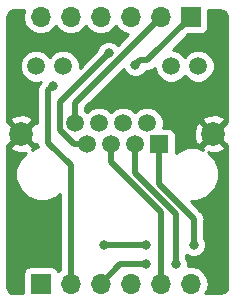
<source format=gbr>
G04 #@! TF.GenerationSoftware,KiCad,Pcbnew,(5.0.2)-1*
G04 #@! TF.CreationDate,2018-12-29T12:11:14-05:00*
G04 #@! TF.ProjectId,8P8C+LED_Horizontal,38503843-2b4c-4454-945f-486f72697a6f,rev?*
G04 #@! TF.SameCoordinates,Original*
G04 #@! TF.FileFunction,Copper,L2,Bot*
G04 #@! TF.FilePolarity,Positive*
%FSLAX46Y46*%
G04 Gerber Fmt 4.6, Leading zero omitted, Abs format (unit mm)*
G04 Created by KiCad (PCBNEW (5.0.2)-1) date 12/29/2018 12:11:14 PM*
%MOMM*%
%LPD*%
G01*
G04 APERTURE LIST*
G04 #@! TA.AperFunction,ComponentPad*
%ADD10O,1.700000X1.700000*%
G04 #@! TD*
G04 #@! TA.AperFunction,ComponentPad*
%ADD11R,1.700000X1.700000*%
G04 #@! TD*
G04 #@! TA.AperFunction,ComponentPad*
%ADD12C,1.500000*%
G04 #@! TD*
G04 #@! TA.AperFunction,ComponentPad*
%ADD13C,2.000000*%
G04 #@! TD*
G04 #@! TA.AperFunction,ComponentPad*
%ADD14R,1.500000X1.500000*%
G04 #@! TD*
G04 #@! TA.AperFunction,ViaPad*
%ADD15C,0.800000*%
G04 #@! TD*
G04 #@! TA.AperFunction,Conductor*
%ADD16C,0.525000*%
G04 #@! TD*
G04 #@! TA.AperFunction,Conductor*
%ADD17C,0.254000*%
G04 #@! TD*
G04 APERTURE END LIST*
D10*
G04 #@! TO.P,J3,6*
G04 #@! TO.N,/Y+*
X134620000Y-93980000D03*
G04 #@! TO.P,J3,5*
G04 #@! TO.N,/Y-*
X137160000Y-93980000D03*
G04 #@! TO.P,J3,4*
G04 #@! TO.N,/G+*
X139700000Y-93980000D03*
G04 #@! TO.P,J3,3*
G04 #@! TO.N,/G-*
X142240000Y-93980000D03*
G04 #@! TO.P,J3,2*
G04 #@! TO.N,/Pin8*
X144780000Y-93980000D03*
D11*
G04 #@! TO.P,J3,1*
G04 #@! TO.N,/Pin7*
X147320000Y-93980000D03*
G04 #@! TD*
D10*
G04 #@! TO.P,J2,6*
G04 #@! TO.N,/Pin6*
X147320000Y-116586000D03*
G04 #@! TO.P,J2,5*
G04 #@! TO.N,/Pin5*
X144780000Y-116586000D03*
G04 #@! TO.P,J2,4*
G04 #@! TO.N,/Pin4*
X142240000Y-116586000D03*
G04 #@! TO.P,J2,3*
G04 #@! TO.N,/Pin3*
X139700000Y-116586000D03*
G04 #@! TO.P,J2,2*
G04 #@! TO.N,/Pin2*
X137160000Y-116586000D03*
D11*
G04 #@! TO.P,J2,1*
G04 #@! TO.N,/Pin1*
X134620000Y-116586000D03*
G04 #@! TD*
D12*
G04 #@! TO.P,J1,12*
G04 #@! TO.N,/Y+*
X134233000Y-98175000D03*
G04 #@! TO.P,J1,11*
G04 #@! TO.N,/Y-*
X136523000Y-98175000D03*
G04 #@! TO.P,J1,10*
G04 #@! TO.N,/G+*
X145663000Y-98175000D03*
G04 #@! TO.P,J1,9*
G04 #@! TO.N,/G-*
X147953000Y-98175000D03*
D13*
G04 #@! TO.P,J1,SH*
G04 #@! TO.N,GND*
X149223000Y-103885000D03*
X132963000Y-103885000D03*
D12*
G04 #@! TO.P,J1,8*
G04 #@! TO.N,/Pin8*
X137513000Y-102995000D03*
G04 #@! TO.P,J1,6*
G04 #@! TO.N,/Pin6*
X139553000Y-102995000D03*
G04 #@! TO.P,J1,4*
G04 #@! TO.N,/Pin4*
X141593000Y-102995000D03*
G04 #@! TO.P,J1,2*
G04 #@! TO.N,/Pin2*
X143633000Y-102995000D03*
G04 #@! TO.P,J1,7*
G04 #@! TO.N,/Pin7*
X138533000Y-104775000D03*
G04 #@! TO.P,J1,5*
G04 #@! TO.N,/Pin5*
X140573000Y-104775000D03*
G04 #@! TO.P,J1,3*
G04 #@! TO.N,/Pin3*
X142613000Y-104775000D03*
D14*
G04 #@! TO.P,J1,1*
G04 #@! TO.N,/Pin1*
X144653000Y-104775000D03*
G04 #@! TD*
D15*
G04 #@! TO.N,/Pin2*
X135636000Y-99822000D03*
G04 #@! TO.N,/Pin7*
X140388265Y-97081265D03*
X142621000Y-98044000D03*
G04 #@! TO.N,/Pin3*
X146050000Y-114935000D03*
X143510000Y-114935000D03*
G04 #@! TO.N,/Pin1*
X147574000Y-113284000D03*
X143510000Y-113284000D03*
X139954000Y-113284000D03*
G04 #@! TD*
D16*
G04 #@! TO.N,/Pin2*
X137160000Y-115383919D02*
X137160000Y-116586000D01*
X137160000Y-106568498D02*
X137160000Y-115383919D01*
X135236001Y-104644499D02*
X137160000Y-106568498D01*
X135236001Y-100221999D02*
X135236001Y-104644499D01*
X135636000Y-99822000D02*
X135236001Y-100221999D01*
G04 #@! TO.N,/Pin7*
X136250499Y-101219031D02*
X140388265Y-97081265D01*
X136250499Y-103553159D02*
X136250499Y-101219031D01*
X138533000Y-104775000D02*
X137472340Y-104775000D01*
X137472340Y-104775000D02*
X136250499Y-103553159D01*
X143655999Y-97644001D02*
X147320000Y-93980000D01*
X143020999Y-97644001D02*
X143655999Y-97644001D01*
X142621000Y-98044000D02*
X143020999Y-97644001D01*
G04 #@! TO.N,/Pin5*
X140573000Y-106283000D02*
X140573000Y-104775000D01*
X144780000Y-116586000D02*
X144780000Y-110490000D01*
X144780000Y-110490000D02*
X140573000Y-106283000D01*
G04 #@! TO.N,/Pin3*
X146050000Y-110663976D02*
X146050000Y-114935000D01*
X142613000Y-104775000D02*
X142613000Y-107226976D01*
X142613000Y-107226976D02*
X146050000Y-110663976D01*
X141351000Y-114935000D02*
X139700000Y-116586000D01*
X143510000Y-114935000D02*
X141351000Y-114935000D01*
G04 #@! TO.N,/Pin1*
X147574000Y-111091948D02*
X147574000Y-113284000D01*
X144653000Y-104775000D02*
X144653000Y-108170948D01*
X144653000Y-108170948D02*
X147574000Y-111091948D01*
X143510000Y-113284000D02*
X139954000Y-113284000D01*
G04 #@! TO.N,/Pin8*
X137513000Y-101247000D02*
X144780000Y-93980000D01*
X137513000Y-102995000D02*
X137513000Y-101247000D01*
G04 #@! TD*
D17*
G04 #@! TO.N,GND*
G36*
X150047787Y-93464065D02*
X150212920Y-93559405D01*
X150335488Y-93705477D01*
X150411555Y-93914465D01*
X150420001Y-94011007D01*
X150420001Y-102928514D01*
X150375532Y-102912073D01*
X149402605Y-103885000D01*
X150375532Y-104857927D01*
X150420001Y-104841486D01*
X150420000Y-116777881D01*
X150375935Y-117027787D01*
X150280596Y-117192919D01*
X150134524Y-117315488D01*
X149925532Y-117391555D01*
X149829004Y-117400000D01*
X148562096Y-117400000D01*
X148718839Y-117165418D01*
X148834092Y-116586000D01*
X148718839Y-116006582D01*
X148390625Y-115515375D01*
X147899418Y-115187161D01*
X147466256Y-115101000D01*
X147173744Y-115101000D01*
X147085000Y-115118652D01*
X147085000Y-114729126D01*
X146947500Y-114397171D01*
X146947500Y-114121211D01*
X146987720Y-114161431D01*
X147368126Y-114319000D01*
X147779874Y-114319000D01*
X148160280Y-114161431D01*
X148451431Y-113870280D01*
X148609000Y-113489874D01*
X148609000Y-113078126D01*
X148471500Y-112746171D01*
X148471500Y-111180339D01*
X148489082Y-111091948D01*
X148471500Y-111003557D01*
X148471500Y-111003553D01*
X148419426Y-110741761D01*
X148308388Y-110575581D01*
X148271133Y-110519824D01*
X148271131Y-110519822D01*
X148221061Y-110444887D01*
X148146126Y-110394817D01*
X147326309Y-109575000D01*
X147892542Y-109575000D01*
X148723187Y-109230935D01*
X149358935Y-108595187D01*
X149703000Y-107764542D01*
X149703000Y-106865458D01*
X149358935Y-106034813D01*
X148793889Y-105469767D01*
X148958461Y-105530908D01*
X149608460Y-105506856D01*
X150097264Y-105304387D01*
X150195927Y-105037532D01*
X149223000Y-104064605D01*
X148250073Y-105037532D01*
X148322355Y-105233035D01*
X147892542Y-105055000D01*
X146993458Y-105055000D01*
X146162813Y-105399065D01*
X146050440Y-105511438D01*
X146050440Y-104025000D01*
X146001157Y-103777235D01*
X145896404Y-103620461D01*
X147577092Y-103620461D01*
X147601144Y-104270460D01*
X147803613Y-104759264D01*
X148070468Y-104857927D01*
X149043395Y-103885000D01*
X148070468Y-102912073D01*
X147803613Y-103010736D01*
X147577092Y-103620461D01*
X145896404Y-103620461D01*
X145860809Y-103567191D01*
X145650765Y-103426843D01*
X145403000Y-103377560D01*
X144973652Y-103377560D01*
X145018000Y-103270494D01*
X145018000Y-102732468D01*
X148250073Y-102732468D01*
X149223000Y-103705395D01*
X150195927Y-102732468D01*
X150097264Y-102465613D01*
X149487539Y-102239092D01*
X148837540Y-102263144D01*
X148348736Y-102465613D01*
X148250073Y-102732468D01*
X145018000Y-102732468D01*
X145018000Y-102719506D01*
X144807147Y-102210460D01*
X144417540Y-101820853D01*
X143908494Y-101610000D01*
X143357506Y-101610000D01*
X142848460Y-101820853D01*
X142613000Y-102056313D01*
X142377540Y-101820853D01*
X141868494Y-101610000D01*
X141317506Y-101610000D01*
X140808460Y-101820853D01*
X140573000Y-102056313D01*
X140337540Y-101820853D01*
X139828494Y-101610000D01*
X139277506Y-101610000D01*
X138768460Y-101820853D01*
X138533000Y-102056313D01*
X138410500Y-101933813D01*
X138410500Y-101618756D01*
X141642640Y-98386616D01*
X141743569Y-98630280D01*
X142034720Y-98921431D01*
X142415126Y-99079000D01*
X142826874Y-99079000D01*
X143207280Y-98921431D01*
X143498431Y-98630280D01*
X143535204Y-98541501D01*
X143567608Y-98541501D01*
X143655999Y-98559083D01*
X143744390Y-98541501D01*
X143744394Y-98541501D01*
X144006186Y-98489427D01*
X144278000Y-98307807D01*
X144278000Y-98450494D01*
X144488853Y-98959540D01*
X144878460Y-99349147D01*
X145387506Y-99560000D01*
X145938494Y-99560000D01*
X146447540Y-99349147D01*
X146808000Y-98988687D01*
X147168460Y-99349147D01*
X147677506Y-99560000D01*
X148228494Y-99560000D01*
X148737540Y-99349147D01*
X149127147Y-98959540D01*
X149338000Y-98450494D01*
X149338000Y-97899506D01*
X149127147Y-97390460D01*
X148737540Y-97000853D01*
X148228494Y-96790000D01*
X147677506Y-96790000D01*
X147168460Y-97000853D01*
X146808000Y-97361313D01*
X146447540Y-97000853D01*
X145938494Y-96790000D01*
X145779256Y-96790000D01*
X147091817Y-95477440D01*
X148170000Y-95477440D01*
X148417765Y-95428157D01*
X148627809Y-95287809D01*
X148768157Y-95077765D01*
X148817440Y-94830000D01*
X148817440Y-93420000D01*
X149797881Y-93420000D01*
X150047787Y-93464065D01*
X150047787Y-93464065D01*
G37*
X150047787Y-93464065D02*
X150212920Y-93559405D01*
X150335488Y-93705477D01*
X150411555Y-93914465D01*
X150420001Y-94011007D01*
X150420001Y-102928514D01*
X150375532Y-102912073D01*
X149402605Y-103885000D01*
X150375532Y-104857927D01*
X150420001Y-104841486D01*
X150420000Y-116777881D01*
X150375935Y-117027787D01*
X150280596Y-117192919D01*
X150134524Y-117315488D01*
X149925532Y-117391555D01*
X149829004Y-117400000D01*
X148562096Y-117400000D01*
X148718839Y-117165418D01*
X148834092Y-116586000D01*
X148718839Y-116006582D01*
X148390625Y-115515375D01*
X147899418Y-115187161D01*
X147466256Y-115101000D01*
X147173744Y-115101000D01*
X147085000Y-115118652D01*
X147085000Y-114729126D01*
X146947500Y-114397171D01*
X146947500Y-114121211D01*
X146987720Y-114161431D01*
X147368126Y-114319000D01*
X147779874Y-114319000D01*
X148160280Y-114161431D01*
X148451431Y-113870280D01*
X148609000Y-113489874D01*
X148609000Y-113078126D01*
X148471500Y-112746171D01*
X148471500Y-111180339D01*
X148489082Y-111091948D01*
X148471500Y-111003557D01*
X148471500Y-111003553D01*
X148419426Y-110741761D01*
X148308388Y-110575581D01*
X148271133Y-110519824D01*
X148271131Y-110519822D01*
X148221061Y-110444887D01*
X148146126Y-110394817D01*
X147326309Y-109575000D01*
X147892542Y-109575000D01*
X148723187Y-109230935D01*
X149358935Y-108595187D01*
X149703000Y-107764542D01*
X149703000Y-106865458D01*
X149358935Y-106034813D01*
X148793889Y-105469767D01*
X148958461Y-105530908D01*
X149608460Y-105506856D01*
X150097264Y-105304387D01*
X150195927Y-105037532D01*
X149223000Y-104064605D01*
X148250073Y-105037532D01*
X148322355Y-105233035D01*
X147892542Y-105055000D01*
X146993458Y-105055000D01*
X146162813Y-105399065D01*
X146050440Y-105511438D01*
X146050440Y-104025000D01*
X146001157Y-103777235D01*
X145896404Y-103620461D01*
X147577092Y-103620461D01*
X147601144Y-104270460D01*
X147803613Y-104759264D01*
X148070468Y-104857927D01*
X149043395Y-103885000D01*
X148070468Y-102912073D01*
X147803613Y-103010736D01*
X147577092Y-103620461D01*
X145896404Y-103620461D01*
X145860809Y-103567191D01*
X145650765Y-103426843D01*
X145403000Y-103377560D01*
X144973652Y-103377560D01*
X145018000Y-103270494D01*
X145018000Y-102732468D01*
X148250073Y-102732468D01*
X149223000Y-103705395D01*
X150195927Y-102732468D01*
X150097264Y-102465613D01*
X149487539Y-102239092D01*
X148837540Y-102263144D01*
X148348736Y-102465613D01*
X148250073Y-102732468D01*
X145018000Y-102732468D01*
X145018000Y-102719506D01*
X144807147Y-102210460D01*
X144417540Y-101820853D01*
X143908494Y-101610000D01*
X143357506Y-101610000D01*
X142848460Y-101820853D01*
X142613000Y-102056313D01*
X142377540Y-101820853D01*
X141868494Y-101610000D01*
X141317506Y-101610000D01*
X140808460Y-101820853D01*
X140573000Y-102056313D01*
X140337540Y-101820853D01*
X139828494Y-101610000D01*
X139277506Y-101610000D01*
X138768460Y-101820853D01*
X138533000Y-102056313D01*
X138410500Y-101933813D01*
X138410500Y-101618756D01*
X141642640Y-98386616D01*
X141743569Y-98630280D01*
X142034720Y-98921431D01*
X142415126Y-99079000D01*
X142826874Y-99079000D01*
X143207280Y-98921431D01*
X143498431Y-98630280D01*
X143535204Y-98541501D01*
X143567608Y-98541501D01*
X143655999Y-98559083D01*
X143744390Y-98541501D01*
X143744394Y-98541501D01*
X144006186Y-98489427D01*
X144278000Y-98307807D01*
X144278000Y-98450494D01*
X144488853Y-98959540D01*
X144878460Y-99349147D01*
X145387506Y-99560000D01*
X145938494Y-99560000D01*
X146447540Y-99349147D01*
X146808000Y-98988687D01*
X147168460Y-99349147D01*
X147677506Y-99560000D01*
X148228494Y-99560000D01*
X148737540Y-99349147D01*
X149127147Y-98959540D01*
X149338000Y-98450494D01*
X149338000Y-97899506D01*
X149127147Y-97390460D01*
X148737540Y-97000853D01*
X148228494Y-96790000D01*
X147677506Y-96790000D01*
X147168460Y-97000853D01*
X146808000Y-97361313D01*
X146447540Y-97000853D01*
X145938494Y-96790000D01*
X145779256Y-96790000D01*
X147091817Y-95477440D01*
X148170000Y-95477440D01*
X148417765Y-95428157D01*
X148627809Y-95287809D01*
X148768157Y-95077765D01*
X148817440Y-94830000D01*
X148817440Y-93420000D01*
X149797881Y-93420000D01*
X150047787Y-93464065D01*
G36*
X133105908Y-93980000D02*
X133221161Y-94559418D01*
X133549375Y-95050625D01*
X134040582Y-95378839D01*
X134473744Y-95465000D01*
X134766256Y-95465000D01*
X135199418Y-95378839D01*
X135690625Y-95050625D01*
X135890000Y-94752239D01*
X136089375Y-95050625D01*
X136580582Y-95378839D01*
X137013744Y-95465000D01*
X137306256Y-95465000D01*
X137739418Y-95378839D01*
X138230625Y-95050625D01*
X138430000Y-94752239D01*
X138629375Y-95050625D01*
X139120582Y-95378839D01*
X139553744Y-95465000D01*
X139846256Y-95465000D01*
X140279418Y-95378839D01*
X140770625Y-95050625D01*
X140970000Y-94752239D01*
X141169375Y-95050625D01*
X141660582Y-95378839D01*
X142037025Y-95453718D01*
X141130727Y-96360016D01*
X140974545Y-96203834D01*
X140594139Y-96046265D01*
X140182391Y-96046265D01*
X139801985Y-96203834D01*
X139510834Y-96494985D01*
X139373335Y-96826938D01*
X137908000Y-98292273D01*
X137908000Y-97899506D01*
X137697147Y-97390460D01*
X137307540Y-97000853D01*
X136798494Y-96790000D01*
X136247506Y-96790000D01*
X135738460Y-97000853D01*
X135378000Y-97361313D01*
X135017540Y-97000853D01*
X134508494Y-96790000D01*
X133957506Y-96790000D01*
X133448460Y-97000853D01*
X133058853Y-97390460D01*
X132848000Y-97899506D01*
X132848000Y-98450494D01*
X133058853Y-98959540D01*
X133448460Y-99349147D01*
X133957506Y-99560000D01*
X134508494Y-99560000D01*
X134648221Y-99502123D01*
X134629205Y-99548034D01*
X134588940Y-99574938D01*
X134390575Y-99871813D01*
X134338501Y-100133605D01*
X134338501Y-100133608D01*
X134320919Y-100221999D01*
X134338501Y-100310390D01*
X134338502Y-102994510D01*
X134115532Y-102912073D01*
X133142605Y-103885000D01*
X134115532Y-104857927D01*
X134346394Y-104772571D01*
X134390575Y-104994685D01*
X134430876Y-105055000D01*
X134293458Y-105055000D01*
X133863645Y-105233035D01*
X133935927Y-105037532D01*
X132963000Y-104064605D01*
X131990073Y-105037532D01*
X132088736Y-105304387D01*
X132698461Y-105530908D01*
X133348460Y-105506856D01*
X133359662Y-105502216D01*
X132827065Y-106034813D01*
X132483000Y-106865458D01*
X132483000Y-107764542D01*
X132827065Y-108595187D01*
X133462813Y-109230935D01*
X134293458Y-109575000D01*
X135192542Y-109575000D01*
X136023187Y-109230935D01*
X136262500Y-108991622D01*
X136262501Y-115295520D01*
X136262500Y-115295525D01*
X136262500Y-115399697D01*
X136089375Y-115515375D01*
X136077184Y-115533619D01*
X136068157Y-115488235D01*
X135927809Y-115278191D01*
X135717765Y-115137843D01*
X135470000Y-115088560D01*
X133770000Y-115088560D01*
X133522235Y-115137843D01*
X133312191Y-115278191D01*
X133171843Y-115488235D01*
X133122560Y-115736000D01*
X133122560Y-117400000D01*
X132396119Y-117400000D01*
X132146213Y-117355935D01*
X131981081Y-117260596D01*
X131858512Y-117114524D01*
X131782445Y-116905532D01*
X131774000Y-116809004D01*
X131774000Y-104844444D01*
X131810468Y-104857927D01*
X132783395Y-103885000D01*
X131810468Y-102912073D01*
X131774000Y-102925556D01*
X131774000Y-102732468D01*
X131990073Y-102732468D01*
X132963000Y-103705395D01*
X133935927Y-102732468D01*
X133837264Y-102465613D01*
X133227539Y-102239092D01*
X132577540Y-102263144D01*
X132088736Y-102465613D01*
X131990073Y-102732468D01*
X131774000Y-102732468D01*
X131774000Y-94042119D01*
X131818065Y-93792213D01*
X131913405Y-93627080D01*
X132059477Y-93504512D01*
X132268465Y-93428445D01*
X132364996Y-93420000D01*
X133217299Y-93420000D01*
X133105908Y-93980000D01*
X133105908Y-93980000D01*
G37*
X133105908Y-93980000D02*
X133221161Y-94559418D01*
X133549375Y-95050625D01*
X134040582Y-95378839D01*
X134473744Y-95465000D01*
X134766256Y-95465000D01*
X135199418Y-95378839D01*
X135690625Y-95050625D01*
X135890000Y-94752239D01*
X136089375Y-95050625D01*
X136580582Y-95378839D01*
X137013744Y-95465000D01*
X137306256Y-95465000D01*
X137739418Y-95378839D01*
X138230625Y-95050625D01*
X138430000Y-94752239D01*
X138629375Y-95050625D01*
X139120582Y-95378839D01*
X139553744Y-95465000D01*
X139846256Y-95465000D01*
X140279418Y-95378839D01*
X140770625Y-95050625D01*
X140970000Y-94752239D01*
X141169375Y-95050625D01*
X141660582Y-95378839D01*
X142037025Y-95453718D01*
X141130727Y-96360016D01*
X140974545Y-96203834D01*
X140594139Y-96046265D01*
X140182391Y-96046265D01*
X139801985Y-96203834D01*
X139510834Y-96494985D01*
X139373335Y-96826938D01*
X137908000Y-98292273D01*
X137908000Y-97899506D01*
X137697147Y-97390460D01*
X137307540Y-97000853D01*
X136798494Y-96790000D01*
X136247506Y-96790000D01*
X135738460Y-97000853D01*
X135378000Y-97361313D01*
X135017540Y-97000853D01*
X134508494Y-96790000D01*
X133957506Y-96790000D01*
X133448460Y-97000853D01*
X133058853Y-97390460D01*
X132848000Y-97899506D01*
X132848000Y-98450494D01*
X133058853Y-98959540D01*
X133448460Y-99349147D01*
X133957506Y-99560000D01*
X134508494Y-99560000D01*
X134648221Y-99502123D01*
X134629205Y-99548034D01*
X134588940Y-99574938D01*
X134390575Y-99871813D01*
X134338501Y-100133605D01*
X134338501Y-100133608D01*
X134320919Y-100221999D01*
X134338501Y-100310390D01*
X134338502Y-102994510D01*
X134115532Y-102912073D01*
X133142605Y-103885000D01*
X134115532Y-104857927D01*
X134346394Y-104772571D01*
X134390575Y-104994685D01*
X134430876Y-105055000D01*
X134293458Y-105055000D01*
X133863645Y-105233035D01*
X133935927Y-105037532D01*
X132963000Y-104064605D01*
X131990073Y-105037532D01*
X132088736Y-105304387D01*
X132698461Y-105530908D01*
X133348460Y-105506856D01*
X133359662Y-105502216D01*
X132827065Y-106034813D01*
X132483000Y-106865458D01*
X132483000Y-107764542D01*
X132827065Y-108595187D01*
X133462813Y-109230935D01*
X134293458Y-109575000D01*
X135192542Y-109575000D01*
X136023187Y-109230935D01*
X136262500Y-108991622D01*
X136262501Y-115295520D01*
X136262500Y-115295525D01*
X136262500Y-115399697D01*
X136089375Y-115515375D01*
X136077184Y-115533619D01*
X136068157Y-115488235D01*
X135927809Y-115278191D01*
X135717765Y-115137843D01*
X135470000Y-115088560D01*
X133770000Y-115088560D01*
X133522235Y-115137843D01*
X133312191Y-115278191D01*
X133171843Y-115488235D01*
X133122560Y-115736000D01*
X133122560Y-117400000D01*
X132396119Y-117400000D01*
X132146213Y-117355935D01*
X131981081Y-117260596D01*
X131858512Y-117114524D01*
X131782445Y-116905532D01*
X131774000Y-116809004D01*
X131774000Y-104844444D01*
X131810468Y-104857927D01*
X132783395Y-103885000D01*
X131810468Y-102912073D01*
X131774000Y-102925556D01*
X131774000Y-102732468D01*
X131990073Y-102732468D01*
X132963000Y-103705395D01*
X133935927Y-102732468D01*
X133837264Y-102465613D01*
X133227539Y-102239092D01*
X132577540Y-102263144D01*
X132088736Y-102465613D01*
X131990073Y-102732468D01*
X131774000Y-102732468D01*
X131774000Y-94042119D01*
X131818065Y-93792213D01*
X131913405Y-93627080D01*
X132059477Y-93504512D01*
X132268465Y-93428445D01*
X132364996Y-93420000D01*
X133217299Y-93420000D01*
X133105908Y-93980000D01*
G04 #@! TD*
M02*

</source>
